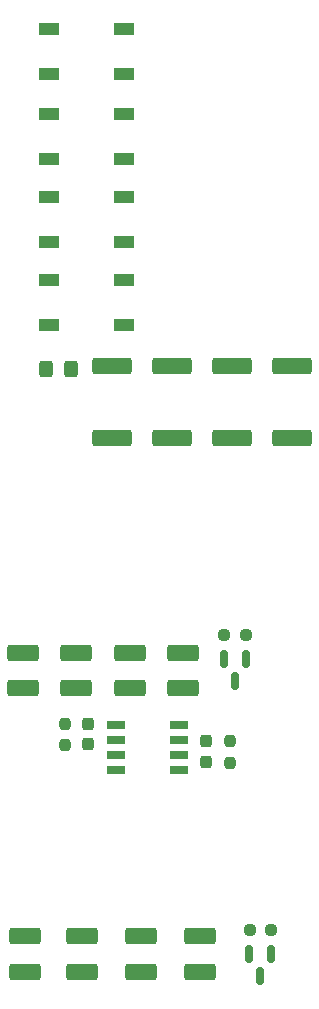
<source format=gbr>
%TF.GenerationSoftware,KiCad,Pcbnew,8.0.1-8.0.1-1~ubuntu22.04.1*%
%TF.CreationDate,2024-04-18T21:36:37+09:00*%
%TF.ProjectId,diy_oled_3d_controller,6469795f-6f6c-4656-945f-33645f636f6e,rev?*%
%TF.SameCoordinates,Original*%
%TF.FileFunction,Paste,Top*%
%TF.FilePolarity,Positive*%
%FSLAX46Y46*%
G04 Gerber Fmt 4.6, Leading zero omitted, Abs format (unit mm)*
G04 Created by KiCad (PCBNEW 8.0.1-8.0.1-1~ubuntu22.04.1) date 2024-04-18 21:36:37*
%MOMM*%
%LPD*%
G01*
G04 APERTURE LIST*
G04 Aperture macros list*
%AMRoundRect*
0 Rectangle with rounded corners*
0 $1 Rounding radius*
0 $2 $3 $4 $5 $6 $7 $8 $9 X,Y pos of 4 corners*
0 Add a 4 corners polygon primitive as box body*
4,1,4,$2,$3,$4,$5,$6,$7,$8,$9,$2,$3,0*
0 Add four circle primitives for the rounded corners*
1,1,$1+$1,$2,$3*
1,1,$1+$1,$4,$5*
1,1,$1+$1,$6,$7*
1,1,$1+$1,$8,$9*
0 Add four rect primitives between the rounded corners*
20,1,$1+$1,$2,$3,$4,$5,0*
20,1,$1+$1,$4,$5,$6,$7,0*
20,1,$1+$1,$6,$7,$8,$9,0*
20,1,$1+$1,$8,$9,$2,$3,0*%
G04 Aperture macros list end*
%ADD10RoundRect,0.042000X-0.748000X-0.258000X0.748000X-0.258000X0.748000X0.258000X-0.748000X0.258000X0*%
%ADD11RoundRect,0.237500X0.237500X-0.250000X0.237500X0.250000X-0.237500X0.250000X-0.237500X-0.250000X0*%
%ADD12RoundRect,0.237500X-0.237500X0.300000X-0.237500X-0.300000X0.237500X-0.300000X0.237500X0.300000X0*%
%ADD13RoundRect,0.237500X0.250000X0.237500X-0.250000X0.237500X-0.250000X-0.237500X0.250000X-0.237500X0*%
%ADD14R,1.700000X1.000000*%
%ADD15RoundRect,0.250000X-0.325000X-0.450000X0.325000X-0.450000X0.325000X0.450000X-0.325000X0.450000X0*%
%ADD16RoundRect,0.250001X1.074999X-0.462499X1.074999X0.462499X-1.074999X0.462499X-1.074999X-0.462499X0*%
%ADD17RoundRect,0.150000X-0.150000X0.587500X-0.150000X-0.587500X0.150000X-0.587500X0.150000X0.587500X0*%
%ADD18RoundRect,0.237500X0.237500X-0.300000X0.237500X0.300000X-0.237500X0.300000X-0.237500X-0.300000X0*%
%ADD19RoundRect,0.249999X-1.425001X0.450001X-1.425001X-0.450001X1.425001X-0.450001X1.425001X0.450001X0*%
%ADD20RoundRect,0.237500X-0.237500X0.250000X-0.237500X-0.250000X0.237500X-0.250000X0.237500X0.250000X0*%
G04 APERTURE END LIST*
D10*
%TO.C,U4*%
X101830000Y-100095000D03*
X101830000Y-101365000D03*
X101830000Y-102635000D03*
X101830000Y-103905000D03*
X107170000Y-103905000D03*
X107170000Y-102635000D03*
X107170000Y-101365000D03*
X107170000Y-100095000D03*
%TD*%
D11*
%TO.C,R3*%
X97500000Y-101825000D03*
X97500000Y-100000000D03*
%TD*%
D12*
%TO.C,C4*%
X99500000Y-100000000D03*
X99500000Y-101725000D03*
%TD*%
D13*
%TO.C,R1*%
X112825000Y-92500000D03*
X111000000Y-92500000D03*
%TD*%
D14*
%TO.C,S4*%
X96200000Y-66200000D03*
X102500000Y-66200000D03*
X96200000Y-62400000D03*
X102500000Y-62400000D03*
%TD*%
D15*
%TO.C,F1*%
X95950000Y-70000000D03*
X98000000Y-70000000D03*
%TD*%
D16*
%TO.C,D12*%
X99000000Y-120975000D03*
X99000000Y-118000000D03*
%TD*%
%TO.C,D1*%
X94000000Y-97000000D03*
X94000000Y-94025000D03*
%TD*%
D17*
%TO.C,Q1*%
X112862500Y-94500000D03*
X110962500Y-94500000D03*
X111912500Y-96375000D03*
%TD*%
D18*
%TO.C,C3*%
X109500000Y-103225000D03*
X109500000Y-101500000D03*
%TD*%
D16*
%TO.C,D4*%
X107500000Y-97000000D03*
X107500000Y-94025000D03*
%TD*%
D19*
%TO.C,R11*%
X111660000Y-69745000D03*
X111660000Y-75845000D03*
%TD*%
D16*
%TO.C,D2*%
X98500000Y-97000000D03*
X98500000Y-94025000D03*
%TD*%
D14*
%TO.C,S2*%
X96200000Y-52146000D03*
X102500000Y-52146000D03*
X96200000Y-48346000D03*
X102500000Y-48346000D03*
%TD*%
D17*
%TO.C,Q2*%
X115000000Y-119500000D03*
X113100000Y-119500000D03*
X114050000Y-121375000D03*
%TD*%
D19*
%TO.C,R13*%
X101500000Y-69745000D03*
X101500000Y-75845000D03*
%TD*%
D14*
%TO.C,S1*%
X96200000Y-45000000D03*
X102500000Y-45000000D03*
X96200000Y-41200000D03*
X102500000Y-41200000D03*
%TD*%
D16*
%TO.C,D14*%
X109000000Y-120975000D03*
X109000000Y-118000000D03*
%TD*%
%TO.C,D11*%
X94130000Y-120975000D03*
X94130000Y-118000000D03*
%TD*%
D19*
%TO.C,R10*%
X116740000Y-69745000D03*
X116740000Y-75845000D03*
%TD*%
%TO.C,R12*%
X106580000Y-69745000D03*
X106580000Y-75845000D03*
%TD*%
D16*
%TO.C,D13*%
X104000000Y-120975000D03*
X104000000Y-118000000D03*
%TD*%
%TO.C,D3*%
X103000000Y-97000000D03*
X103000000Y-94025000D03*
%TD*%
D13*
%TO.C,R4*%
X115000000Y-117500000D03*
X113175000Y-117500000D03*
%TD*%
D20*
%TO.C,R2*%
X111500000Y-101500000D03*
X111500000Y-103325000D03*
%TD*%
D14*
%TO.C,S3*%
X96200000Y-59173000D03*
X102500000Y-59173000D03*
X96200000Y-55373000D03*
X102500000Y-55373000D03*
%TD*%
M02*

</source>
